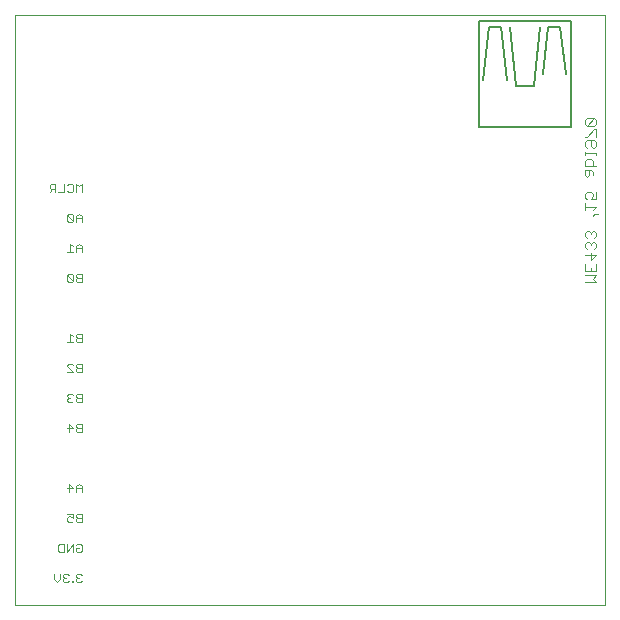
<source format=gbo>
G75*
G70*
%OFA0B0*%
%FSLAX24Y24*%
%IPPOS*%
%LPD*%
%AMOC8*
5,1,8,0,0,1.08239X$1,22.5*
%
%ADD10C,0.0000*%
%ADD11C,0.0030*%
%ADD12C,0.0050*%
D10*
X001683Y001189D02*
X001683Y020874D01*
X021368Y020874D01*
X021368Y001189D01*
X001683Y001189D01*
D11*
X002988Y002051D02*
X002988Y002245D01*
X003182Y002245D02*
X003182Y002051D01*
X003085Y001954D01*
X002988Y002051D01*
X003283Y002051D02*
X003331Y002099D01*
X003379Y002099D01*
X003331Y002099D02*
X003283Y002148D01*
X003283Y002196D01*
X003331Y002245D01*
X003428Y002245D01*
X003476Y002196D01*
X003476Y002003D02*
X003428Y001954D01*
X003331Y001954D01*
X003283Y002003D01*
X003283Y002051D01*
X003575Y002003D02*
X003575Y001954D01*
X003624Y001954D01*
X003624Y002003D01*
X003575Y002003D01*
X003725Y002003D02*
X003773Y001954D01*
X003870Y001954D01*
X003918Y002003D01*
X003821Y002099D02*
X003773Y002099D01*
X003725Y002051D01*
X003725Y002003D01*
X003773Y002099D02*
X003725Y002148D01*
X003725Y002196D01*
X003773Y002245D01*
X003870Y002245D01*
X003918Y002196D01*
X003870Y002954D02*
X003773Y002954D01*
X003725Y003003D01*
X003725Y003099D01*
X003821Y003099D01*
X003725Y003196D02*
X003773Y003245D01*
X003870Y003245D01*
X003918Y003196D01*
X003918Y003003D01*
X003870Y002954D01*
X003624Y002954D02*
X003624Y003245D01*
X003430Y002954D01*
X003430Y003245D01*
X003329Y003245D02*
X003184Y003245D01*
X003135Y003196D01*
X003135Y003003D01*
X003184Y002954D01*
X003329Y002954D01*
X003329Y003245D01*
X003478Y003954D02*
X003575Y003954D01*
X003624Y004003D01*
X003624Y004099D02*
X003527Y004148D01*
X003478Y004148D01*
X003430Y004099D01*
X003430Y004003D01*
X003478Y003954D01*
X003624Y004099D02*
X003624Y004245D01*
X003430Y004245D01*
X003725Y004196D02*
X003725Y004148D01*
X003773Y004099D01*
X003918Y004099D01*
X003918Y003954D02*
X003773Y003954D01*
X003725Y004003D01*
X003725Y004051D01*
X003773Y004099D01*
X003725Y004196D02*
X003773Y004245D01*
X003918Y004245D01*
X003918Y003954D01*
X003918Y004954D02*
X003918Y005148D01*
X003821Y005245D01*
X003725Y005148D01*
X003725Y004954D01*
X003725Y005099D02*
X003918Y005099D01*
X003624Y005099D02*
X003430Y005099D01*
X003478Y004954D02*
X003478Y005245D01*
X003624Y005099D01*
X003478Y006954D02*
X003478Y007245D01*
X003624Y007099D01*
X003430Y007099D01*
X003725Y007051D02*
X003725Y007003D01*
X003773Y006954D01*
X003918Y006954D01*
X003918Y007245D01*
X003773Y007245D01*
X003725Y007196D01*
X003725Y007148D01*
X003773Y007099D01*
X003918Y007099D01*
X003773Y007099D02*
X003725Y007051D01*
X003773Y007954D02*
X003918Y007954D01*
X003918Y008245D01*
X003773Y008245D01*
X003725Y008196D01*
X003725Y008148D01*
X003773Y008099D01*
X003918Y008099D01*
X003773Y008099D02*
X003725Y008051D01*
X003725Y008003D01*
X003773Y007954D01*
X003624Y008003D02*
X003575Y007954D01*
X003478Y007954D01*
X003430Y008003D01*
X003430Y008051D01*
X003478Y008099D01*
X003527Y008099D01*
X003478Y008099D02*
X003430Y008148D01*
X003430Y008196D01*
X003478Y008245D01*
X003575Y008245D01*
X003624Y008196D01*
X003624Y008954D02*
X003430Y009148D01*
X003430Y009196D01*
X003478Y009245D01*
X003575Y009245D01*
X003624Y009196D01*
X003725Y009196D02*
X003725Y009148D01*
X003773Y009099D01*
X003918Y009099D01*
X003918Y008954D02*
X003773Y008954D01*
X003725Y009003D01*
X003725Y009051D01*
X003773Y009099D01*
X003725Y009196D02*
X003773Y009245D01*
X003918Y009245D01*
X003918Y008954D01*
X003624Y008954D02*
X003430Y008954D01*
X003430Y009954D02*
X003624Y009954D01*
X003527Y009954D02*
X003527Y010245D01*
X003624Y010148D01*
X003725Y010148D02*
X003773Y010099D01*
X003918Y010099D01*
X003918Y009954D02*
X003918Y010245D01*
X003773Y010245D01*
X003725Y010196D01*
X003725Y010148D01*
X003773Y010099D02*
X003725Y010051D01*
X003725Y010003D01*
X003773Y009954D01*
X003918Y009954D01*
X003918Y011954D02*
X003773Y011954D01*
X003725Y012003D01*
X003725Y012051D01*
X003773Y012099D01*
X003918Y012099D01*
X003918Y011954D02*
X003918Y012245D01*
X003773Y012245D01*
X003725Y012196D01*
X003725Y012148D01*
X003773Y012099D01*
X003624Y012003D02*
X003430Y012196D01*
X003430Y012003D01*
X003478Y011954D01*
X003575Y011954D01*
X003624Y012003D01*
X003624Y012196D01*
X003575Y012245D01*
X003478Y012245D01*
X003430Y012196D01*
X003430Y012954D02*
X003624Y012954D01*
X003527Y012954D02*
X003527Y013245D01*
X003624Y013148D01*
X003725Y013148D02*
X003725Y012954D01*
X003725Y013099D02*
X003918Y013099D01*
X003918Y013148D02*
X003821Y013245D01*
X003725Y013148D01*
X003918Y013148D02*
X003918Y012954D01*
X003918Y013954D02*
X003918Y014148D01*
X003821Y014245D01*
X003725Y014148D01*
X003725Y013954D01*
X003624Y014003D02*
X003430Y014196D01*
X003430Y014003D01*
X003478Y013954D01*
X003575Y013954D01*
X003624Y014003D01*
X003624Y014196D01*
X003575Y014245D01*
X003478Y014245D01*
X003430Y014196D01*
X003725Y014099D02*
X003918Y014099D01*
X003918Y014954D02*
X003918Y015245D01*
X003821Y015148D01*
X003725Y015245D01*
X003725Y014954D01*
X003624Y015003D02*
X003575Y014954D01*
X003478Y014954D01*
X003430Y015003D01*
X003329Y014954D02*
X003329Y015245D01*
X003430Y015196D02*
X003478Y015245D01*
X003575Y015245D01*
X003624Y015196D01*
X003624Y015003D01*
X003329Y014954D02*
X003135Y014954D01*
X003034Y014954D02*
X003034Y015245D01*
X002889Y015245D01*
X002841Y015196D01*
X002841Y015099D01*
X002889Y015051D01*
X003034Y015051D01*
X002937Y015051D02*
X002841Y014954D01*
X020698Y014902D02*
X020698Y014778D01*
X020760Y014717D01*
X020883Y014717D02*
X020945Y014840D01*
X020945Y014902D01*
X020883Y014963D01*
X020760Y014963D01*
X020698Y014902D01*
X020883Y014717D02*
X021068Y014717D01*
X021068Y014963D01*
X021068Y014472D02*
X020698Y014472D01*
X020698Y014595D02*
X020698Y014348D01*
X020945Y014348D02*
X021068Y014472D01*
X021007Y014226D02*
X020945Y014164D01*
X021007Y014226D02*
X021130Y014226D01*
X021007Y013674D02*
X020945Y013674D01*
X020883Y013613D01*
X020822Y013674D01*
X020760Y013674D01*
X020698Y013613D01*
X020698Y013489D01*
X020760Y013428D01*
X020760Y013306D02*
X020698Y013244D01*
X020698Y013121D01*
X020760Y013059D01*
X020883Y012938D02*
X020883Y012691D01*
X021068Y012876D01*
X020698Y012876D01*
X020883Y013183D02*
X020883Y013244D01*
X020822Y013306D01*
X020760Y013306D01*
X020883Y013244D02*
X020945Y013306D01*
X021007Y013306D01*
X021068Y013244D01*
X021068Y013121D01*
X021007Y013059D01*
X021007Y013428D02*
X021068Y013489D01*
X021068Y013613D01*
X021007Y013674D01*
X020883Y013613D02*
X020883Y013551D01*
X020698Y012569D02*
X020698Y012323D01*
X021068Y012323D01*
X021068Y012569D01*
X020883Y012446D02*
X020883Y012323D01*
X021068Y012201D02*
X020698Y012201D01*
X020698Y011954D02*
X021068Y011954D01*
X020945Y012078D01*
X021068Y012201D01*
X020760Y015453D02*
X020822Y015515D01*
X020822Y015700D01*
X020883Y015700D02*
X020698Y015700D01*
X020698Y015515D01*
X020760Y015453D01*
X020945Y015515D02*
X020945Y015638D01*
X020883Y015700D01*
X020945Y015821D02*
X020945Y016007D01*
X020883Y016068D01*
X020760Y016068D01*
X020698Y016007D01*
X020698Y015821D01*
X021068Y015821D01*
X021068Y016190D02*
X021068Y016251D01*
X020698Y016251D01*
X020698Y016190D02*
X020698Y016313D01*
X020760Y016435D02*
X020698Y016497D01*
X020698Y016620D01*
X020760Y016682D01*
X021007Y016682D01*
X021068Y016620D01*
X021068Y016497D01*
X021007Y016435D01*
X020945Y016435D01*
X020883Y016497D01*
X020883Y016682D01*
X020760Y016804D02*
X020698Y016804D01*
X020760Y016804D02*
X021007Y017050D01*
X021068Y017050D01*
X021068Y016804D01*
X021007Y017172D02*
X020760Y017172D01*
X021007Y017419D01*
X020760Y017419D01*
X020698Y017357D01*
X020698Y017234D01*
X020760Y017172D01*
X021007Y017172D02*
X021068Y017234D01*
X021068Y017357D01*
X021007Y017419D01*
D12*
X020219Y017122D02*
X020219Y020666D01*
X017148Y020666D01*
X017148Y017122D01*
X020219Y017122D01*
X018978Y018500D02*
X018388Y018500D01*
X018191Y020469D01*
X017896Y020469D02*
X018093Y018697D01*
X017305Y018697D02*
X017502Y020469D01*
X017896Y020469D01*
X019175Y020469D02*
X018978Y018500D01*
X019274Y018894D02*
X019471Y020469D01*
X019864Y020469D01*
X020061Y018894D01*
M02*

</source>
